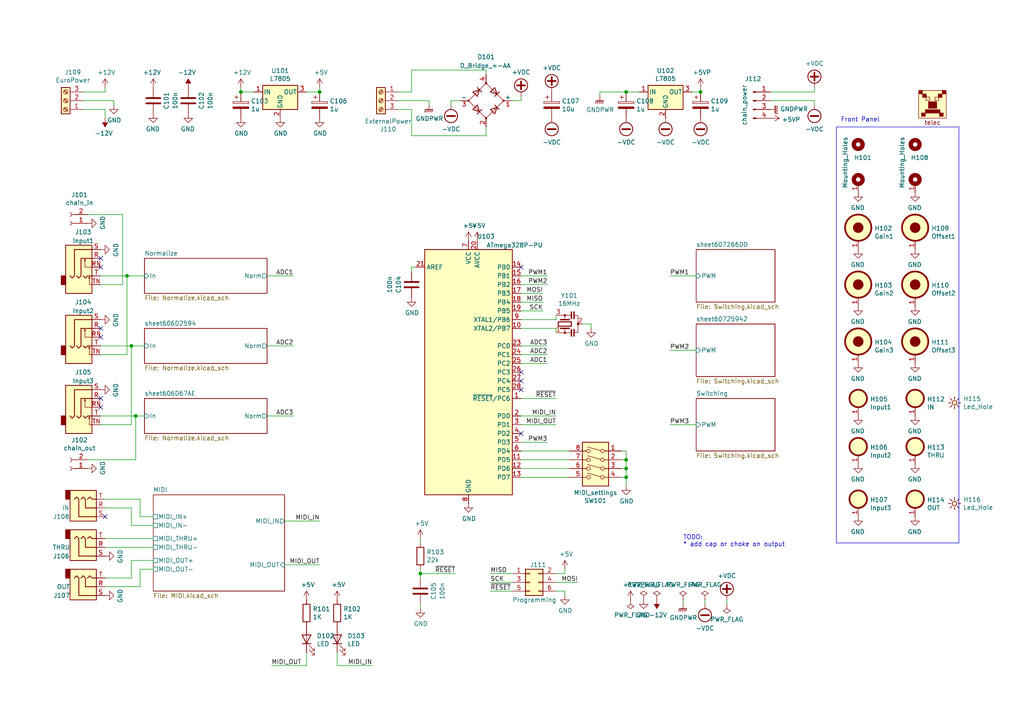
<source format=kicad_sch>
(kicad_sch (version 20230121) (generator eeschema)
  (paper "A4")
  (lib_symbols
    (symbol "Connector:Conn_01x02_Socket" (pin_names (offset 1.016) hide)
      (property "Reference" "J" (at 0 2.54 0))
      (property "Value" "Conn_01x02_Socket" (at 0 -5.08 0))
      (symbol "Conn_01x02_Socket_1_1"
        (pin passive line (at -5.08 0 0) (length 3.81) (name "Pin_1") (number "1"))
        (pin passive line (at -5.08 -2.54 0) (length 3.81) (name "Pin_2") (number "2"))
      )
    )
    (symbol "Connector:Conn_01x04_Pin" (pin_names (offset 1.016) hide)
      (property "Reference" "J" (at 0 5.08 0))
      (property "Value" "Conn_01x04_Pin" (at 0 -7.62 0))
      (symbol "Conn_01x04_Pin_1_1"
        (pin passive line (at 5.08 2.54 180) (length 3.81) (name "Pin_1") (number "1"))
        (pin passive line (at 5.08 0 180) (length 3.81) (name "Pin_2") (number "2"))
        (pin passive line (at 5.08 -2.54 180) (length 3.81) (name "Pin_3") (number "3"))
        (pin passive line (at 5.08 -5.08 180) (length 3.81) (name "Pin_4") (number "4"))
      )
    )
    (symbol "Connector:Screw_Terminal_01x03" (pin_names (offset 1.016) hide)
      (property "Reference" "J" (at 0 5.08 0))
      (property "Value" "Screw_Terminal_01x03" (at 0 -5.08 0))
      (symbol "Screw_Terminal_01x03_1_1"
        (pin passive line (at -5.08 2.54 0) (length 3.81) (name "Pin_1") (number "1"))
        (pin passive line (at -5.08 0 0) (length 3.81) (name "Pin_2") (number "2"))
        (pin passive line (at -5.08 -2.54 0) (length 3.81) (name "Pin_3") (number "3"))
      )
    )
    (symbol "Connector_Audio:AudioJack3"
      (property "Reference" "J" (at 0 8.89 0))
      (property "Value" "AudioJack3" (at 0 6.35 0))
      (symbol "AudioJack3_1_1"
        (pin passive line (at 5.08 0 180) (length 2.54) (name "~") (number "R"))
        (pin passive line (at 5.08 2.54 180) (length 2.54) (name "~") (number "S"))
        (pin passive line (at 5.08 -2.54 180) (length 2.54) (name "~") (number "T"))
      )
    )
    (symbol "Connector_Audio:AudioJack3_SwitchTR"
      (property "Reference" "J" (at 0 8.89 0))
      (property "Value" "AudioJack3_SwitchTR" (at 0 6.35 0))
      (symbol "AudioJack3_SwitchTR_1_1"
        (pin passive line (at 5.08 0 180) (length 2.54) (name "~") (number "R"))
        (pin passive line (at 5.08 -2.54 180) (length 2.54) (name "~") (number "RN"))
        (pin passive line (at 5.08 2.54 180) (length 2.54) (name "~") (number "S"))
        (pin passive line (at 5.08 -5.08 180) (length 2.54) (name "~") (number "T"))
        (pin passive line (at 5.08 -7.62 180) (length 2.54) (name "~") (number "TN"))
      )
    )
    (symbol "Connector_Generic:Conn_02x03_Odd_Even" (pin_names (offset 1.016) hide)
      (property "Reference" "J" (at 1.27 5.08 0))
      (property "Value" "Conn_02x03_Odd_Even" (at 1.27 -5.08 0))
      (symbol "Conn_02x03_Odd_Even_1_1"
        (pin passive line (at -5.08 2.54 0) (length 3.81) (name "Pin_1") (number "1"))
        (pin passive line (at 7.62 2.54 180) (length 3.81) (name "Pin_2") (number "2"))
        (pin passive line (at -5.08 0 0) (length 3.81) (name "Pin_3") (number "3"))
        (pin passive line (at 7.62 0 180) (length 3.81) (name "Pin_4") (number "4"))
        (pin passive line (at -5.08 -2.54 0) (length 3.81) (name "Pin_5") (number "5"))
        (pin passive line (at 7.62 -2.54 180) (length 3.81) (name "Pin_6") (number "6"))
      )
    )
    (symbol "Device:C" (pin_numbers hide) (pin_names (offset 0.254))
      (property "Reference" "C" (at 0.635 2.54 0))
      (property "Value" "C" (at 0.635 -2.54 0))
      (symbol "C_1_1"
        (pin passive line (at 0 3.81 270) (length 2.794) (name "~") (number "1"))
        (pin passive line (at 0 -3.81 90) (length 2.794) (name "~") (number "2"))
      )
    )
    (symbol "Device:C_Polarized" (pin_numbers hide) (pin_names (offset 0.254))
      (property "Reference" "C" (at 0.635 2.54 0))
      (property "Value" "C_Polarized" (at 0.635 -2.54 0))
      (symbol "C_Polarized_1_1"
        (pin passive line (at 0 3.81 270) (length 2.794) (name "~") (number "1"))
        (pin passive line (at 0 -3.81 90) (length 2.794) (name "~") (number "2"))
      )
    )
    (symbol "Device:D_Bridge_+A-A" (pin_names (offset 0))
      (property "Reference" "D" (at 2.54 6.985 0))
      (property "Value" "D_Bridge_+A-A" (at 2.54 5.08 0))
      (symbol "D_Bridge_+A-A_1_1"
        (pin passive line (at 7.62 0 180) (length 2.54) (name "+") (number "1"))
        (pin passive line (at 0 -7.62 90) (length 2.54) (name "~") (number "2"))
        (pin passive line (at -7.62 0 0) (length 2.54) (name "-") (number "3"))
        (pin passive line (at 0 7.62 270) (length 2.54) (name "~") (number "4"))
      )
    )
    (symbol "Device:LED" (pin_numbers hide) (pin_names (offset 1.016) hide)
      (property "Reference" "D" (at 0 2.54 0))
      (property "Value" "LED" (at 0 -2.54 0))
      (symbol "LED_1_1"
        (pin passive line (at -3.81 0 0) (length 2.54) (name "K") (number "1"))
        (pin passive line (at 3.81 0 180) (length 2.54) (name "A") (number "2"))
      )
    )
    (symbol "Device:R" (pin_numbers hide) (pin_names (offset 0))
      (property "Reference" "R" (at 2.032 0 90))
      (property "Value" "R" (at 0 0 90))
      (symbol "R_1_1"
        (pin passive line (at 0 3.81 270) (length 1.27) (name "~") (number "1"))
        (pin passive line (at 0 -3.81 90) (length 1.27) (name "~") (number "2"))
      )
    )
    (symbol "Device:Resonator_Small" (pin_names (offset 1.016) hide)
      (property "Reference" "Y" (at 3.175 1.905 0))
      (property "Value" "Resonator_Small" (at 3.175 0 0))
      (symbol "Resonator_Small_1_1"
        (pin passive line (at -2.54 2.54 270) (length 1.27) (name "1") (number "1"))
        (pin passive line (at 0 -5.08 90) (length 1.27) (name "2") (number "2"))
        (pin passive line (at 2.54 2.54 270) (length 1.27) (name "3") (number "3"))
      )
    )
    (symbol "Kosmo:Jack_Hole" (pin_names (offset 1.016))
      (property "Reference" "H" (at 3.81 1.27 0))
      (property "Value" "Jack_Hole" (at 7.62 -1.27 0))
      (symbol "Jack_Hole_1_1"
        (pin passive line (at 0 -5.08 90) (length 2.54) (name "~") (number "1"))
      )
    )
    (symbol "Kosmo:Led_Hole" (pin_names (offset 1.016))
      (property "Reference" "H" (at 2.413 1.397 0))
      (property "Value" "Led_Hole" (at 6.223 -1.143 0))
    )
    (symbol "Kosmo:Mounting_Holes" (pin_names (offset 1.016))
      (property "Reference" "H" (at 0 1.27 0))
      (property "Value" "Mounting_Holes" (at 0 -1.27 0))
      (symbol "Mounting_Holes_1_1"
        (pin passive line (at 0 -8.89 90) (length 2.54) (name "~") (number "1"))
      )
    )
    (symbol "Kosmo:Pot_Hole" (pin_names (offset 1.016))
      (property "Reference" "H" (at 4.826 1.397 0))
      (property "Value" "Pot_Hole" (at 8.128 -1.778 0))
      (symbol "Pot_Hole_1_1"
        (pin passive line (at 0 -6.35 90) (length 2.54) (name "~") (number "1"))
      )
    )
    (symbol "MCU_Microchip_ATmega:ATmega328P-P"
      (property "Reference" "U" (at -12.7 36.83 0))
      (property "Value" "ATmega328P-P" (at 2.54 -36.83 0))
      (symbol "ATmega328P-P_1_1"
        (pin bidirectional line (at 15.24 -7.62 180) (length 2.54) (name "~{RESET}/PC6") (number "1"))
        (pin bidirectional line (at 15.24 12.7 180) (length 2.54) (name "XTAL2/PB7") (number "10"))
        (pin bidirectional line (at 15.24 -25.4 180) (length 2.54) (name "PD5") (number "11"))
        (pin bidirectional line (at 15.24 -27.94 180) (length 2.54) (name "PD6") (number "12"))
        (pin bidirectional line (at 15.24 -30.48 180) (length 2.54) (name "PD7") (number "13"))
        (pin bidirectional line (at 15.24 30.48 180) (length 2.54) (name "PB0") (number "14"))
        (pin bidirectional line (at 15.24 27.94 180) (length 2.54) (name "PB1") (number "15"))
        (pin bidirectional line (at 15.24 25.4 180) (length 2.54) (name "PB2") (number "16"))
        (pin bidirectional line (at 15.24 22.86 180) (length 2.54) (name "PB3") (number "17"))
        (pin bidirectional line (at 15.24 20.32 180) (length 2.54) (name "PB4") (number "18"))
        (pin bidirectional line (at 15.24 17.78 180) (length 2.54) (name "PB5") (number "19"))
        (pin bidirectional line (at 15.24 -12.7 180) (length 2.54) (name "PD0") (number "2"))
        (pin power_in line (at 2.54 38.1 270) (length 2.54) (name "AVCC") (number "20"))
        (pin passive line (at -15.24 30.48 0) (length 2.54) (name "AREF") (number "21"))
        (pin passive line (at 0 -38.1 90) (length 2.54) hide (name "GND") (number "22"))
        (pin bidirectional line (at 15.24 7.62 180) (length 2.54) (name "PC0") (number "23"))
        (pin bidirectional line (at 15.24 5.08 180) (length 2.54) (name "PC1") (number "24"))
        (pin bidirectional line (at 15.24 2.54 180) (length 2.54) (name "PC2") (number "25"))
        (pin bidirectional line (at 15.24 0 180) (length 2.54) (name "PC3") (number "26"))
        (pin bidirectional line (at 15.24 -2.54 180) (length 2.54) (name "PC4") (number "27"))
        (pin bidirectional line (at 15.24 -5.08 180) (length 2.54) (name "PC5") (number "28"))
        (pin bidirectional line (at 15.24 -15.24 180) (length 2.54) (name "PD1") (number "3"))
        (pin bidirectional line (at 15.24 -17.78 180) (length 2.54) (name "PD2") (number "4"))
        (pin bidirectional line (at 15.24 -20.32 180) (length 2.54) (name "PD3") (number "5"))
        (pin bidirectional line (at 15.24 -22.86 180) (length 2.54) (name "PD4") (number "6"))
        (pin power_in line (at 0 38.1 270) (length 2.54) (name "VCC") (number "7"))
        (pin power_in line (at 0 -38.1 90) (length 2.54) (name "GND") (number "8"))
        (pin bidirectional line (at 15.24 15.24 180) (length 2.54) (name "XTAL1/PB6") (number "9"))
      )
    )
    (symbol "Regulator_Linear:L7805" (pin_names (offset 0.254))
      (property "Reference" "U" (at -3.81 3.175 0))
      (property "Value" "L7805" (at 0 3.175 0))
      (symbol "L7805_1_1"
        (pin power_in line (at -7.62 0 0) (length 2.54) (name "IN") (number "1"))
        (pin power_in line (at 0 -7.62 90) (length 2.54) (name "GND") (number "2"))
        (pin power_out line (at 7.62 0 180) (length 2.54) (name "OUT") (number "3"))
      )
    )
    (symbol "Switch:SW_DIP_x04" (pin_names (offset 0) hide)
      (property "Reference" "SW" (at 0 8.89 0))
      (property "Value" "SW_DIP_x04" (at 0 -6.35 0))
      (symbol "SW_DIP_x04_1_1"
        (pin passive line (at -7.62 5.08 0) (length 5.08) (name "~") (number "1"))
        (pin passive line (at -7.62 2.54 0) (length 5.08) (name "~") (number "2"))
        (pin passive line (at -7.62 0 0) (length 5.08) (name "~") (number "3"))
        (pin passive line (at -7.62 -2.54 0) (length 5.08) (name "~") (number "4"))
        (pin passive line (at 7.62 -2.54 180) (length 5.08) (name "~") (number "5"))
        (pin passive line (at 7.62 0 180) (length 5.08) (name "~") (number "6"))
        (pin passive line (at 7.62 2.54 180) (length 5.08) (name "~") (number "7"))
        (pin passive line (at 7.62 5.08 180) (length 5.08) (name "~") (number "8"))
      )
    )
    (symbol "logo:Logo_telec" (pin_names (offset 1.016))
      (symbol "Logo_telec_0_0"
        (text "telec" (at 0 -5.08 0) (effects (font (size 1.27 1.27))))
      )
    )
    (symbol "power:+12V" (power) (pin_names (offset 0))
      (property "Value" "+12V" (at 0 3.556 0))
      (symbol "+12V_1_1"
        (pin power_in line (at 0 0 90) (length 0) hide (name "+12V") (number "1"))
      )
    )
    (symbol "power:+5V" (power) (pin_names (offset 0))
      (property "Value" "+5V" (at 0 3.556 0))
      (symbol "+5V_1_1"
        (pin power_in line (at 0 0 90) (length 0) hide (name "+5V") (number "1"))
      )
    )
    (symbol "power:+5VP" (power) (pin_names (offset 0))
      (property "Value" "+5VP" (at 0 3.556 0))
      (symbol "+5VP_1_1"
        (pin power_in line (at 0 0 90) (length 0) hide (name "+5VP") (number "1"))
      )
    )
    (symbol "power:+VDC" (power) (pin_names (offset 0))
      (property "Value" "+VDC" (at 0 6.35 0))
      (symbol "+VDC_1_1"
        (pin power_in line (at 0 0 90) (length 0) hide (name "+VDC") (number "1"))
      )
    )
    (symbol "power:-12V" (power) (pin_names (offset 0))
      (property "Value" "-12V" (at 0 3.81 0))
      (symbol "-12V_0_0"
        (pin power_in line (at 0 0 90) (length 0) hide (name "-12V") (number "1"))
      )
    )
    (symbol "power:-VDC" (power) (pin_names (offset 0))
      (property "Value" "-VDC" (at 0 6.35 0))
      (symbol "-VDC_1_1"
        (pin power_in line (at 0 0 90) (length 0) hide (name "-VDC") (number "1"))
      )
    )
    (symbol "power:GND" (power) (pin_names (offset 0))
      (property "Value" "GND" (at 0 -3.81 0))
      (symbol "GND_1_1"
        (pin power_in line (at 0 0 270) (length 0) hide (name "GND") (number "1"))
      )
    )
    (symbol "power:GNDPWR" (power) (pin_names (offset 0))
      (property "Value" "GNDPWR" (at 0 -3.302 0))
      (symbol "GNDPWR_1_1"
        (pin power_in line (at 0 0 270) (length 0) hide (name "GNDPWR") (number "1"))
      )
    )
    (symbol "power:PWR_FLAG" (power) (pin_numbers hide) (pin_names (offset 0) hide)
      (property "Value" "PWR_FLAG" (at 0 3.81 0))
      (symbol "PWR_FLAG_0_0"
        (pin power_out line (at 0 0 90) (length 0) (name "pwr") (number "1"))
      )
    )
  )
  (junction (at 181.61 135.89))
  (junction (at 181.61 26.67))
  (junction (at 36.83 80.01))
  (junction (at 69.85 26.67))
  (junction (at 92.71 26.67))
  (junction (at 181.61 133.35))
  (junction (at 203.2 26.67))
  (junction (at 121.92 166.37))
  (junction (at 38.1 100.33))
  (junction (at 39.37 120.65))
  (junction (at 181.61 138.43))
  (no_connect (at 151.13 125.73))
  (no_connect (at 151.13 107.95))
  (no_connect (at 151.13 113.03))
  (no_connect (at 29.21 115.57))
  (no_connect (at 29.21 77.47))
  (no_connect (at 30.48 149.86))
  (no_connect (at 29.21 74.93))
  (no_connect (at 29.21 95.25))
  (no_connect (at 29.21 118.11))
  (no_connect (at 151.13 110.49))
  (no_connect (at 151.13 77.47))
  (no_connect (at 29.21 97.79))
  (wire (pts (xy 36.83 80.01) (xy 36.83 102.87)))
  (wire (pts (xy 165.1 138.43) (xy 151.13 138.43)))
  (wire (pts (xy 151.13 120.65) (xy 161.29 120.65)))
  (wire (pts (xy 173.99 26.67) (xy 173.99 27.94)))
  (wire (pts (xy 151.13 87.63) (xy 157.48 87.63)))
  (wire (pts (xy 24.13 26.67) (xy 30.48 26.67)))
  (wire (pts (xy 181.61 26.67) (xy 173.99 26.67)))
  (wire (pts (xy 69.85 26.67) (xy 69.85 25.4)))
  (wire (pts (xy 119.38 77.47) (xy 120.65 77.47)))
  (wire (pts (xy 223.52 29.21) (xy 236.22 29.21)))
  (wire (pts (xy 180.34 138.43) (xy 181.61 138.43)))
  (wire (pts (xy 140.97 39.37) (xy 140.97 36.83)))
  (wire (pts (xy 115.57 31.75) (xy 119.38 31.75)))
  (wire (pts (xy 88.9 193.04) (xy 88.9 189.23)))
  (wire (pts (xy 115.57 29.21) (xy 124.46 29.21)))
  (wire (pts (xy 115.57 26.67) (xy 119.38 26.67)))
  (wire (pts (xy 88.9 26.67) (xy 92.71 26.67)))
  (wire (pts (xy 180.34 133.35) (xy 181.61 133.35)))
  (wire (pts (xy 161.29 95.25) (xy 151.13 95.25)))
  (wire (pts (xy 151.13 80.01) (xy 158.75 80.01)))
  (wire (pts (xy 151.13 115.57) (xy 161.29 115.57)))
  (polyline (pts (xy 242.57 157.48) (xy 278.13 157.48)))
  (wire (pts (xy 163.83 171.45) (xy 163.83 172.72)))
  (wire (pts (xy 148.59 29.21) (xy 151.13 29.21)))
  (wire (pts (xy 119.38 20.32) (xy 140.97 20.32)))
  (wire (pts (xy 161.29 168.91) (xy 167.64 168.91)))
  (wire (pts (xy 97.79 193.04) (xy 97.79 189.23)))
  (polyline (pts (xy 278.13 157.48) (xy 278.13 36.83)))
  (wire (pts (xy 151.13 100.33) (xy 158.75 100.33)))
  (wire (pts (xy 40.64 165.1) (xy 44.45 165.1)))
  (wire (pts (xy 119.38 39.37) (xy 140.97 39.37)))
  (wire (pts (xy 148.59 168.91) (xy 142.24 168.91)))
  (wire (pts (xy 30.48 158.75) (xy 44.45 158.75)))
  (wire (pts (xy 82.55 151.13) (xy 92.71 151.13)))
  (wire (pts (xy 38.1 162.56) (xy 44.45 162.56)))
  (wire (pts (xy 121.92 175.26) (xy 121.92 176.53)))
  (wire (pts (xy 119.38 26.67) (xy 119.38 20.32)))
  (wire (pts (xy 36.83 80.01) (xy 41.91 80.01)))
  (wire (pts (xy 121.92 166.37) (xy 132.08 166.37)))
  (wire (pts (xy 39.37 133.35) (xy 39.37 120.65)))
  (wire (pts (xy 151.13 82.55) (xy 158.75 82.55)))
  (wire (pts (xy 151.13 123.19) (xy 161.29 123.19)))
  (wire (pts (xy 236.22 26.67) (xy 236.22 25.4)))
  (wire (pts (xy 30.48 147.32) (xy 38.1 147.32)))
  (wire (pts (xy 119.38 31.75) (xy 119.38 39.37)))
  (wire (pts (xy 121.92 157.48) (xy 121.92 156.21)))
  (wire (pts (xy 200.66 26.67) (xy 203.2 26.67)))
  (wire (pts (xy 148.59 171.45) (xy 142.24 171.45)))
  (wire (pts (xy 165.1 135.89) (xy 151.13 135.89)))
  (wire (pts (xy 38.1 100.33) (xy 38.1 123.19)))
  (wire (pts (xy 124.46 29.21) (xy 124.46 30.48)))
  (wire (pts (xy 168.91 93.98) (xy 171.45 93.98)))
  (wire (pts (xy 151.13 85.09) (xy 157.48 85.09)))
  (wire (pts (xy 30.48 170.18) (xy 40.64 170.18)))
  (wire (pts (xy 121.92 166.37) (xy 121.92 165.1)))
  (wire (pts (xy 40.64 170.18) (xy 40.64 165.1)))
  (wire (pts (xy 163.83 166.37) (xy 163.83 165.1)))
  (wire (pts (xy 181.61 140.97) (xy 181.61 138.43)))
  (wire (pts (xy 210.82 175.26) (xy 210.82 173.99)))
  (wire (pts (xy 119.38 78.74) (xy 119.38 77.47)))
  (wire (pts (xy 29.21 120.65) (xy 39.37 120.65)))
  (wire (pts (xy 185.42 26.67) (xy 181.61 26.67)))
  (wire (pts (xy 38.1 167.64) (xy 38.1 162.56)))
  (wire (pts (xy 181.61 130.81) (xy 180.34 130.81)))
  (wire (pts (xy 25.4 62.23) (xy 35.56 62.23)))
  (wire (pts (xy 88.9 193.04) (xy 78.74 193.04)))
  (wire (pts (xy 35.56 62.23) (xy 35.56 82.55)))
  (wire (pts (xy 181.61 135.89) (xy 181.61 133.35)))
  (wire (pts (xy 38.1 152.4) (xy 44.45 152.4)))
  (wire (pts (xy 24.13 31.75) (xy 30.48 31.75)))
  (wire (pts (xy 77.47 80.01) (xy 85.09 80.01)))
  (wire (pts (xy 171.45 93.98) (xy 171.45 95.25)))
  (wire (pts (xy 236.22 29.21) (xy 236.22 30.48)))
  (wire (pts (xy 151.13 133.35) (xy 165.1 133.35)))
  (wire (pts (xy 161.29 171.45) (xy 163.83 171.45)))
  (wire (pts (xy 38.1 100.33) (xy 41.91 100.33)))
  (wire (pts (xy 40.64 149.86) (xy 44.45 149.86)))
  (wire (pts (xy 25.4 133.35) (xy 39.37 133.35)))
  (wire (pts (xy 29.21 100.33) (xy 38.1 100.33)))
  (wire (pts (xy 82.55 163.83) (xy 92.71 163.83)))
  (wire (pts (xy 77.47 120.65) (xy 85.09 120.65)))
  (wire (pts (xy 30.48 31.75) (xy 30.48 34.29)))
  (wire (pts (xy 38.1 147.32) (xy 38.1 152.4)))
  (polyline (pts (xy 242.57 36.83) (xy 242.57 157.48)))
  (wire (pts (xy 30.48 144.78) (xy 40.64 144.78)))
  (wire (pts (xy 29.21 80.01) (xy 36.83 80.01)))
  (wire (pts (xy 223.52 26.67) (xy 236.22 26.67)))
  (wire (pts (xy 33.02 29.21) (xy 33.02 30.48)))
  (wire (pts (xy 130.81 29.21) (xy 133.35 29.21)))
  (wire (pts (xy 204.47 175.26) (xy 204.47 173.99)))
  (wire (pts (xy 92.71 26.67) (xy 92.71 25.4)))
  (wire (pts (xy 198.12 173.99) (xy 198.12 175.26)))
  (wire (pts (xy 201.93 80.01) (xy 194.31 80.01)))
  (wire (pts (xy 130.81 30.48) (xy 130.81 29.21)))
  (wire (pts (xy 148.59 166.37) (xy 142.24 166.37)))
  (wire (pts (xy 24.13 29.21) (xy 33.02 29.21)))
  (wire (pts (xy 73.66 26.67) (xy 69.85 26.67)))
  (wire (pts (xy 151.13 92.71) (xy 161.29 92.71)))
  (wire (pts (xy 39.37 120.65) (xy 41.91 120.65)))
  (wire (pts (xy 165.1 130.81) (xy 151.13 130.81)))
  (wire (pts (xy 29.21 102.87) (xy 36.83 102.87)))
  (wire (pts (xy 30.48 156.21) (xy 44.45 156.21)))
  (wire (pts (xy 151.13 128.27) (xy 158.75 128.27)))
  (wire (pts (xy 151.13 29.21) (xy 151.13 27.94)))
  (wire (pts (xy 201.93 101.6) (xy 194.31 101.6)))
  (wire (pts (xy 181.61 138.43) (xy 181.61 135.89)))
  (wire (pts (xy 151.13 102.87) (xy 158.75 102.87)))
  (wire (pts (xy 151.13 105.41) (xy 158.75 105.41)))
  (wire (pts (xy 161.29 96.52) (xy 161.29 95.25)))
  (wire (pts (xy 30.48 167.64) (xy 38.1 167.64)))
  (wire (pts (xy 161.29 92.71) (xy 161.29 91.44)))
  (wire (pts (xy 161.29 166.37) (xy 163.83 166.37)))
  (polyline (pts (xy 278.13 36.83) (xy 242.57 36.83)))
  (wire (pts (xy 30.48 26.67) (xy 30.48 25.4)))
  (wire (pts (xy 180.34 135.89) (xy 181.61 135.89)))
  (wire (pts (xy 140.97 20.32) (xy 140.97 21.59)))
  (wire (pts (xy 203.2 26.67) (xy 203.2 25.4)))
  (wire (pts (xy 40.64 144.78) (xy 40.64 149.86)))
  (wire (pts (xy 151.13 90.17) (xy 157.48 90.17)))
  (wire (pts (xy 29.21 82.55) (xy 35.56 82.55)))
  (wire (pts (xy 181.61 133.35) (xy 181.61 130.81)))
  (wire (pts (xy 201.93 123.19) (xy 194.31 123.19)))
  (wire (pts (xy 77.47 100.33) (xy 85.09 100.33)))
  (wire (pts (xy 121.92 166.37) (xy 121.92 167.64)))
  (wire (pts (xy 97.79 193.04) (xy 107.95 193.04)))
  (wire (pts (xy 29.21 123.19) (xy 38.1 123.19)))
  (text "TODO:\n* add cap or choke on output" (at 198.12 158.75 0) (effects (font (size 1.27 1.27)) (justify left bottom)))
  (text "Front Panel" (at 243.84 35.56 0) (effects (font (size 1.27 1.27)) (justify left bottom)))
  (label "~{RESET}" (at 132.08 166.37 180))
  (label "ADC2" (at 85.09 100.33 180))
  (label "ADC3" (at 85.09 120.65 180))
  (label "PWM3" (at 158.75 128.27 180))
  (label "ADC3" (at 158.75 100.33 180))
  (label "ADC1" (at 85.09 80.01 180))
  (label "MIDI_OUT" (at 92.71 163.83 180))
  (label "MIDI_OUT" (at 78.74 193.04 0))
  (label "MIDI_OUT" (at 161.29 123.19 180))
  (label "PWM3" (at 194.31 123.19 0))
  (label "PWM1" (at 158.75 80.01 180))
  (label "MISO" (at 142.24 166.37 0))
  (label "PWM1" (at 194.31 80.01 0))
  (label "PWM2" (at 194.31 101.6 0))
  (label "~{RESET}" (at 142.24 171.45 0))
  (label "~{RESET}" (at 161.29 115.57 180))
  (label "SCK" (at 157.48 90.17 180))
  (label "MIDI_IN" (at 92.71 151.13 180))
  (label "MIDI_IN" (at 107.95 193.04 180))
  (label "SCK" (at 142.24 168.91 0))
  (label "PWM2" (at 158.75 82.55 180))
  (label "ADC1" (at 158.75 105.41 180))
  (label "ADC2" (at 158.75 102.87 180))
  (label "MOSI" (at 157.48 85.09 180))
  (label "MOSI" (at 167.64 168.91 180))
  (label "MISO" (at 157.48 87.63 180))
  (label "MIDI_IN" (at 161.29 120.65 180))
  (symbol (lib_id "power:-12V") (at 30.48 34.29 180) (unit 1)
    (property "Reference" "#PWR0112" (effects hide))
    (property "Value" "-12V" (at 30.099 38.6842 0))
  )
  (symbol (lib_id "power:+12V") (at 30.48 25.4 0) (unit 1)
    (property "Reference" "#PWR0111" (effects hide))
    (property "Value" "+12V" (at 30.861 21.0058 0))
  )
  (symbol (lib_id "power:GND") (at 33.02 30.48 0) (unit 1)
    (property "Reference" "#PWR0113" (effects hide))
    (property "Value" "GND" (at 33.147 34.8742 0))
  )
  (symbol (lib_id "Connector_Audio:AudioJack3_SwitchTR") (at 24.13 74.93 0) (unit 1)
    (property "Reference" "J103" (at 24.13 67.31 0))
    (property "Value" "Input1" (at 24.13 69.85 0))
    (property "Footprint" "analogoutput:Jack_6.35mm_PJ_629HAN" (effects hide))
  )
  (symbol (lib_id "power:+12V") (at 182.88 173.99 0) (unit 1)
    (property "Reference" "#PWR0101" (effects hide))
    (property "Value" "+12V" (at 183.261 169.5958 0))
  )
  (symbol (lib_id "power:GND") (at 186.69 173.99 0) (mirror y) (unit 1)
    (property "Reference" "#PWR0104" (effects hide))
    (property "Value" "GND" (at 186.563 178.3842 0))
  )
  (symbol (lib_id "power:-12V") (at 190.5 173.99 0) (mirror x) (unit 1)
    (property "Reference" "#PWR0108" (effects hide))
    (property "Value" "-12V" (at 190.881 178.3842 0))
  )
  (symbol (lib_id "power:PWR_FLAG") (at 186.69 173.99 0) (unit 1)
    (property "Reference" "#FLG0102" (effects hide))
    (property "Value" "PWR_FLAG" (at 186.69 169.5958 0))
  )
  (symbol (lib_id "power:PWR_FLAG") (at 190.5 173.99 0) (unit 1)
    (property "Reference" "#FLG0103" (effects hide))
    (property "Value" "PWR_FLAG" (at 190.5 169.5958 0))
  )
  (symbol (lib_id "power:PWR_FLAG") (at 182.88 173.99 180) (unit 1)
    (property "Reference" "#FLG0101" (effects hide))
    (property "Value" "PWR_FLAG" (at 182.88 178.3842 0))
  )
  (symbol (lib_id "Kosmo:Jack_Hole") (at 248.92 115.57 0) (unit 1)
    (property "Reference" "H105" (at 252.349 115.7732 0) (effects (justify left)))
    (property "Value" "Input1" (at 252.349 118.0846 0) (effects (justify left)))
    (property "Footprint" "Kosmo_panel:Kosmo_Jack_Hole" (effects hide))
  )
  (symbol (lib_id "Kosmo:Pot_Hole") (at 248.92 66.04 0) (unit 1)
    (property "Reference" "H102" (at 253.619 66.2432 0) (effects (justify left)))
    (property "Value" "Gain1" (at 253.619 68.5546 0) (effects (justify left)))
    (property "Footprint" "Kosmo_panel:Kosmo_Pot_Hole" (effects hide))
  )
  (symbol (lib_id "Kosmo:Pot_Hole") (at 265.43 66.04 0) (unit 1)
    (property "Reference" "H109" (at 270.129 66.2432 0) (effects (justify left)))
    (property "Value" "Offset1" (at 270.129 68.5546 0) (effects (justify left)))
    (property "Footprint" "Kosmo_panel:Kosmo_Pot_Hole" (effects hide))
  )
  (symbol (lib_id "power:GND") (at 248.92 72.39 0) (mirror y) (unit 1)
    (property "Reference" "#PWR0128" (effects hide))
    (property "Value" "GND" (at 248.793 76.7842 0))
  )
  (symbol (lib_id "power:GND") (at 265.43 72.39 0) (mirror y) (unit 1)
    (property "Reference" "#PWR0135" (effects hide))
    (property "Value" "GND" (at 265.303 76.7842 0))
  )
  (symbol (lib_id "Kosmo:Pot_Hole") (at 248.92 82.55 0) (unit 1)
    (property "Reference" "H103" (at 253.619 82.7532 0) (effects (justify left)))
    (property "Value" "Gain2" (at 253.619 85.0646 0) (effects (justify left)))
    (property "Footprint" "Kosmo_panel:Kosmo_Pot_Hole" (effects hide))
  )
  (symbol (lib_id "Kosmo:Pot_Hole") (at 265.43 82.55 0) (unit 1)
    (property "Reference" "H110" (at 270.129 82.7532 0) (effects (justify left)))
    (property "Value" "Offset2" (at 270.129 85.0646 0) (effects (justify left)))
    (property "Footprint" "Kosmo_panel:Kosmo_Pot_Hole" (effects hide))
  )
  (symbol (lib_id "power:GND") (at 248.92 88.9 0) (mirror y) (unit 1)
    (property "Reference" "#PWR0129" (effects hide))
    (property "Value" "GND" (at 248.793 93.2942 0))
  )
  (symbol (lib_id "power:GND") (at 265.43 88.9 0) (mirror y) (unit 1)
    (property "Reference" "#PWR0136" (effects hide))
    (property "Value" "GND" (at 265.303 93.2942 0))
  )
  (symbol (lib_id "Kosmo:Pot_Hole") (at 248.92 99.06 0) (unit 1)
    (property "Reference" "H104" (at 253.619 99.2632 0) (effects (justify left)))
    (property "Value" "Gain3" (at 253.619 101.5746 0) (effects (justify left)))
    (property "Footprint" "Kosmo_panel:Kosmo_Pot_Hole" (effects hide))
  )
  (symbol (lib_id "Kosmo:Pot_Hole") (at 265.43 99.06 0) (unit 1)
    (property "Reference" "H111" (at 270.129 99.2632 0) (effects (justify left)))
    (property "Value" "Offset3" (at 270.129 101.5746 0) (effects (justify left)))
    (property "Footprint" "Kosmo_panel:Kosmo_Pot_Hole" (effects hide))
  )
  (symbol (lib_id "power:GND") (at 248.92 105.41 0) (mirror y) (unit 1)
    (property "Reference" "#PWR0130" (effects hide))
    (property "Value" "GND" (at 248.793 109.8042 0))
  )
  (symbol (lib_id "power:GND") (at 265.43 105.41 0) (mirror y) (unit 1)
    (property "Reference" "#PWR0137" (effects hide))
    (property "Value" "GND" (at 265.303 109.8042 0))
  )
  (symbol (lib_id "power:GND") (at 248.92 120.65 0) (mirror y) (unit 1)
    (property "Reference" "#PWR0131" (effects hide))
    (property "Value" "GND" (at 248.793 125.0442 0))
  )
  (symbol (lib_id "Kosmo:Jack_Hole") (at 248.92 129.54 0) (unit 1)
    (property "Reference" "H106" (at 252.349 129.7432 0) (effects (justify left)))
    (property "Value" "Input2" (at 252.349 132.0546 0) (effects (justify left)))
    (property "Footprint" "Kosmo_panel:Kosmo_Jack_Hole" (effects hide))
  )
  (symbol (lib_id "power:GND") (at 248.92 134.62 0) (mirror y) (unit 1)
    (property "Reference" "#PWR0132" (effects hide))
    (property "Value" "GND" (at 248.793 139.0142 0))
  )
  (symbol (lib_id "Kosmo:Jack_Hole") (at 248.92 144.78 0) (unit 1)
    (property "Reference" "H107" (at 252.349 144.9832 0) (effects (justify left)))
    (property "Value" "Input3" (at 252.349 147.2946 0) (effects (justify left)))
    (property "Footprint" "Kosmo_panel:Kosmo_Jack_Hole" (effects hide))
  )
  (symbol (lib_id "power:GND") (at 248.92 149.86 0) (mirror y) (unit 1)
    (property "Reference" "#PWR0133" (effects hide))
    (property "Value" "GND" (at 248.793 154.2542 0))
  )
  (symbol (lib_id "power:GND") (at 265.43 149.86 0) (mirror y) (unit 1)
    (property "Reference" "#PWR0140" (effects hide))
    (property "Value" "GND" (at 265.303 154.2542 0))
  )
  (symbol (lib_id "Kosmo:Jack_Hole") (at 265.43 144.78 0) (unit 1)
    (property "Reference" "H114" (at 268.859 144.9832 0) (effects (justify left)))
    (property "Value" "OUT" (at 268.859 147.2946 0) (effects (justify left)))
    (property "Footprint" "Kosmo_panel:Kosmo_Jack_Hole" (effects hide))
  )
  (symbol (lib_id "power:GND") (at 265.43 134.62 0) (mirror y) (unit 1)
    (property "Reference" "#PWR0139" (effects hide))
    (property "Value" "GND" (at 265.303 139.0142 0))
  )
  (symbol (lib_id "Kosmo:Jack_Hole") (at 265.43 129.54 0) (unit 1)
    (property "Reference" "H113" (at 268.859 129.7432 0) (effects (justify left)))
    (property "Value" "THRU" (at 268.859 132.0546 0) (effects (justify left)))
    (property "Footprint" "Kosmo_panel:Kosmo_Jack_Hole" (effects hide))
  )
  (symbol (lib_id "power:GND") (at 265.43 120.65 0) (mirror y) (unit 1)
    (property "Reference" "#PWR0138" (effects hide))
    (property "Value" "GND" (at 265.303 125.0442 0))
  )
  (symbol (lib_id "Kosmo:Jack_Hole") (at 265.43 115.57 0) (unit 1)
    (property "Reference" "H112" (at 268.859 115.7732 0) (effects (justify left)))
    (property "Value" "IN" (at 268.859 118.0846 0) (effects (justify left)))
    (property "Footprint" "Kosmo_panel:Kosmo_Jack_Hole" (effects hide))
  )
  (symbol (lib_id "Regulator_Linear:L7805") (at 81.28 26.67 0) (unit 1)
    (property "Reference" "U101" (at 81.28 20.5232 0))
    (property "Value" "L7805" (at 81.28 22.8346 0))
    (property "Footprint" "Package_TO_SOT_THT:TO-220-3_Vertical" (effects hide))
    (property "Datasheet" "http://www.st.com/content/ccc/resource/technical/document/datasheet/41/4f/b3/b0/12/d4/47/88/CD00000444.pdf/files/CD00000444.pdf/jcr:content/translations/en.CD00000444.pdf" (effects hide))
  )
  (symbol (lib_id "power:+12V") (at 69.85 25.4 0) (unit 1)
    (property "Reference" "#PWR0118" (effects hide))
    (property "Value" "+12V" (at 70.231 21.0058 0))
  )
  (symbol (lib_id "power:GND") (at 81.28 34.29 0) (unit 1)
    (property "Reference" "#PWR0119" (effects hide))
    (property "Value" "GND" (at 81.407 38.6842 0))
  )
  (symbol (lib_id "power:+5V") (at 92.71 25.4 0) (unit 1)
    (property "Reference" "#PWR0120" (effects hide))
    (property "Value" "+5V" (at 93.091 21.0058 0))
  )
  (symbol (lib_id "Regulator_Linear:L7805") (at 193.04 26.67 0) (unit 1)
    (property "Reference" "U102" (at 193.04 20.5232 0))
    (property "Value" "L7805" (at 193.04 22.8346 0))
    (property "Footprint" "Package_TO_SOT_THT:TO-220-3_Vertical" (effects hide))
    (property "Datasheet" "http://www.st.com/content/ccc/resource/technical/document/datasheet/41/4f/b3/b0/12/d4/47/88/CD00000444.pdf/files/CD00000444.pdf/jcr:content/translations/en.CD00000444.pdf" (effects hide))
  )
  (symbol (lib_id "power:GND") (at 29.21 72.39 90) (mirror x) (unit 1)
    (property "Reference" "#PWR0105" (effects hide))
    (property "Value" "GND" (at 33.6042 72.517 0))
  )
  (symbol (lib_id "Connector:Conn_01x02_Socket") (at 20.32 64.77 180) (unit 1)
    (property "Reference" "J101" (at 23.0632 56.515 0))
    (property "Value" "chain_in" (at 23.0632 58.8264 0))
    (property "Footprint" "Connector_PinHeader_2.54mm:PinHeader_1x02_P2.54mm_Vertical" (effects hide))
  )
  (symbol (lib_id "power:+5V") (at 88.9 173.99 0) (unit 1)
    (property "Reference" "#PWR0141" (effects hide))
    (property "Value" "+5V" (at 89.281 169.5958 0))
  )
  (symbol (lib_id "power:+5V") (at 97.79 173.99 0) (unit 1)
    (property "Reference" "#PWR0142" (effects hide))
    (property "Value" "+5V" (at 98.171 169.5958 0))
  )
  (symbol (lib_id "power:GND") (at 25.4 64.77 90) (unit 1)
    (property "Reference" "#PWR0102" (effects hide))
    (property "Value" "GND" (at 29.7942 64.643 0))
  )
  (symbol (lib_id "Connector:Screw_Terminal_01x03") (at 19.05 29.21 180) (unit 1)
    (property "Reference" "J109" (at 21.1328 20.955 0))
    (property "Value" "EuroPower" (at 21.1328 23.2664 0))
    (property "Footprint" "telec:EuroPower" (effects hide))
  )
  (symbol (lib_id "Kosmo:Mounting_Holes") (at 248.92 46.99 0) (unit 1)
    (property "Reference" "H101" (at 247.65 45.72 0) (effects (justify left)))
    (property "Value" "Mounting_Holes" (at 245.11 54.61 90) (effects (justify left)))
    (property "Footprint" "Kosmo_panel:Kosmo_Panel_Dual_Mounting_Holes" (effects hide))
  )
  (symbol (lib_id "Kosmo:Mounting_Holes") (at 265.43 46.99 0) (unit 1)
    (property "Reference" "H108" (at 264.16 45.72 0) (effects (justify left)))
    (property "Value" "Mounting_Holes" (at 261.62 54.61 90) (effects (justify left)))
    (property "Footprint" "Kosmo_panel:Kosmo_Panel_Dual_Mounting_Holes" (effects hide))
  )
  (symbol (lib_id "power:GND") (at 248.92 55.88 0) (mirror y) (unit 1)
    (property "Reference" "#PWR0127" (effects hide))
    (property "Value" "GND" (at 248.793 60.2742 0))
  )
  (symbol (lib_id "power:GND") (at 265.43 55.88 0) (mirror y) (unit 1)
    (property "Reference" "#PWR0134" (effects hide))
    (property "Value" "GND" (at 265.303 60.2742 0))
  )
  (symbol (lib_id "Connector_Audio:AudioJack3") (at 25.4 147.32 0) (mirror x) (unit 1)
    (property "Reference" "J108" (at 17.78 149.86 0))
    (property "Value" "IN" (at 19.05 147.32 0))
    (property "Footprint" "telec:PinHeader_TRS_P2.54mm_Vertical" (effects hide))
  )
  (symbol (lib_id "Connector_Audio:AudioJack3") (at 25.4 158.75 0) (mirror x) (unit 1)
    (property "Reference" "J106" (at 17.78 161.29 0))
    (property "Value" "THRU" (at 17.78 158.75 0))
    (property "Footprint" "telec:PinHeader_TRS_P2.54mm_Vertical" (effects hide))
  )
  (symbol (lib_id "power:GND") (at 30.48 161.29 90) (mirror x) (unit 1)
    (property "Reference" "#PWR0109" (effects hide))
    (property "Value" "GND" (at 34.8742 161.417 0))
  )
  (symbol (lib_id "Connector_Audio:AudioJack3") (at 25.4 170.18 0) (mirror x) (unit 1)
    (property "Reference" "J107" (at 20.32 172.72 0) (effects (justify right)))
    (property "Value" "OUT" (at 20.32 170.18 0) (effects (justify right)))
    (property "Footprint" "telec:PinHeader_TRS_P2.54mm_Vertical" (effects hide))
  )
  (symbol (lib_id "power:GND") (at 30.48 172.72 90) (mirror x) (unit 1)
    (property "Reference" "#PWR0110" (effects hide))
    (property "Value" "GND" (at 34.8742 172.847 0))
  )
  (symbol (lib_id "Device:D_Bridge_+A-A") (at 140.97 29.21 0) (unit 1)
    (property "Reference" "D101" (at 138.43 16.51 0) (effects (justify left)))
    (property "Value" "D_Bridge_+-AA" (at 133.35 19.05 0) (effects (justify left)))
    (property "Footprint" "Diode_THT:Diode_Bridge_Round_D8.9mm" (effects hide))
  )
  (symbol (lib_id "Connector:Screw_Terminal_01x03") (at 110.49 29.21 0) (mirror y) (unit 1)
    (property "Reference" "J110" (at 112.5728 37.465 0))
    (property "Value" "ExternalPower" (at 112.5728 35.1536 0))
    (property "Footprint" "TerminalBlock:TerminalBlock_bornier-3_P5.08mm" (effects hide))
  )
  (symbol (lib_id "power:GNDPWR") (at 124.46 30.48 0) (unit 1)
    (property "Reference" "#PWR0121" (effects hide))
    (property "Value" "GNDPWR" (at 124.5616 34.3916 0))
  )
  (symbol (lib_id "power:+5VP") (at 203.2 25.4 0) (unit 1)
    (property "Reference" "#PWR0126" (effects hide))
    (property "Value" "+5VP" (at 203.581 21.0058 0))
  )
  (symbol (lib_id "power:+VDC") (at 151.13 27.94 0) (unit 1)
    (property "Reference" "#PWR0123" (effects hide))
    (property "Value" "+VDC" (at 151.13 20.955 0))
  )
  (symbol (lib_id "power:-VDC") (at 130.81 30.48 180) (unit 1)
    (property "Reference" "#PWR0122" (effects hide))
    (property "Value" "-VDC" (at 130.81 37.465 0))
  )
  (symbol (lib_id "power:GNDPWR") (at 173.99 27.94 0) (unit 1)
    (property "Reference" "#PWR0124" (effects hide))
    (property "Value" "GNDPWR" (at 174.0916 31.8516 0))
  )
  (symbol (lib_id "power:-VDC") (at 193.04 34.29 180) (unit 1)
    (property "Reference" "#PWR0125" (effects hide))
    (property "Value" "-VDC" (at 193.04 41.275 0))
  )
  (symbol (lib_id "Connector_Audio:AudioJack3_SwitchTR") (at 24.13 95.25 0) (unit 1)
    (property "Reference" "J104" (at 24.13 87.63 0))
    (property "Value" "Input2" (at 24.13 90.17 0))
    (property "Footprint" "analogoutput:Jack_6.35mm_PJ_629HAN" (effects hide))
  )
  (symbol (lib_id "power:GND") (at 29.21 92.71 90) (mirror x) (unit 1)
    (property "Reference" "#PWR0106" (effects hide))
    (property "Value" "GND" (at 33.6042 92.837 0))
  )
  (symbol (lib_id "Connector_Audio:AudioJack3_SwitchTR") (at 24.13 115.57 0) (unit 1)
    (property "Reference" "J105" (at 24.13 107.95 0))
    (property "Value" "Input3" (at 24.13 110.49 0))
    (property "Footprint" "analogoutput:Jack_6.35mm_PJ_629HAN" (effects hide))
  )
  (symbol (lib_id "power:GND") (at 29.21 113.03 90) (mirror x) (unit 1)
    (property "Reference" "#PWR0107" (effects hide))
    (property "Value" "GND" (at 33.6042 113.157 0))
  )
  (symbol (lib_id "Connector:Conn_01x02_Socket") (at 20.32 135.89 180) (unit 1)
    (property "Reference" "J102" (at 23.0632 127.635 0))
    (property "Value" "chain_out" (at 23.0632 129.9464 0))
    (property "Footprint" "Connector_PinHeader_2.54mm:PinHeader_1x02_P2.54mm_Vertical" (effects hide))
  )
  (symbol (lib_id "power:GND") (at 25.4 135.89 90) (unit 1)
    (property "Reference" "#PWR0103" (effects hide))
    (property "Value" "GND" (at 29.7942 135.763 0))
  )
  (symbol (lib_id "MCU_Microchip_ATmega:ATmega328P-P") (at 135.89 107.95 0) (unit 1)
    (property "Reference" "U103" (at 143.51 68.58 0) (effects (justify right)))
    (property "Value" "ATmega328P-PU" (at 157.48 71.12 0) (effects (justify right)))
    (property "Footprint" "Package_DIP:DIP-28_W7.62mm" (effects hide))
    (property "Datasheet" "http://ww1.microchip.com/downloads/en/DeviceDoc/ATmega328_P%20AVR%20MCU%20with%20picoPower%20Technology%20Data%20Sheet%2040001984A.pdf" (effects hide))
  )
  (symbol (lib_id "power:+5V") (at 135.89 69.85 0) (unit 1)
    (property "Reference" "#PWR0148" (effects hide))
    (property "Value" "+5V" (at 136.271 65.4558 0))
  )
  (symbol (lib_id "power:+5V") (at 138.43 69.85 0) (unit 1)
    (property "Reference" "#PWR0150" (effects hide))
    (property "Value" "+5V" (at 138.811 65.4558 0))
  )
  (symbol (lib_id "Device:C") (at 119.38 82.55 180) (unit 1)
    (property "Reference" "C104" (at 115.57 82.55 90))
    (property "Value" "100n" (at 113.03 82.55 90))
    (property "Footprint" "Capacitor_THT:C_Disc_D7.0mm_W2.5mm_P5.00mm" (effects hide))
  )
  (symbol (lib_id "power:GND") (at 119.38 86.36 0) (unit 1)
    (property "Reference" "#PWR0144" (effects hide))
    (property "Value" "GND" (at 119.507 90.7542 0))
  )
  (symbol (lib_id "power:GND") (at 135.89 146.05 0) (unit 1)
    (property "Reference" "#PWR0149" (effects hide))
    (property "Value" "GND" (at 136.017 150.4442 0))
  )
  (symbol (lib_id "power:GND") (at 92.71 34.29 0) (unit 1)
    (property "Reference" "#PWR0147" (effects hide))
    (property "Value" "GND" (at 92.837 38.6842 0))
  )
  (symbol (lib_id "Device:C_Polarized") (at 69.85 30.48 0) (unit 1)
    (property "Reference" "C103" (at 72.771 29.3116 0) (effects (justify left)))
    (property "Value" "1u" (at 72.771 31.623 0) (effects (justify left)))
    (property "Footprint" "Capacitor_THT:CP_Radial_D5.0mm_P2.50mm" (effects hide))
  )
  (symbol (lib_id "power:GND") (at 69.85 34.29 0) (unit 1)
    (property "Reference" "#PWR0143" (effects hide))
    (property "Value" "GND" (at 69.977 38.6842 0))
  )
  (symbol (lib_id "Device:R") (at 121.92 161.29 0) (unit 1)
    (property "Reference" "R103" (at 123.698 160.1216 0) (effects (justify left)))
    (property "Value" "22k" (at 123.698 162.433 0) (effects (justify left)))
    (property "Footprint" "Resistor_THT:R_Axial_DIN0204_L3.6mm_D1.6mm_P2.54mm_Vertical" (effects hide))
  )
  (symbol (lib_id "power:GND") (at 121.92 176.53 0) (unit 1)
    (property "Reference" "#PWR0146" (effects hide))
    (property "Value" "GND" (at 122.047 180.9242 0))
  )
  (symbol (lib_id "Connector_Generic:Conn_02x03_Odd_Even") (at 153.67 168.91 0) (unit 1)
    (property "Reference" "J111" (at 153.67 163.83 0) (effects (justify left)))
    (property "Value" "Programming" (at 148.59 173.99 0) (effects (justify left)))
    (property "Footprint" "Connector_IDC:IDC-Header_2x03_P2.54mm_Vertical" (effects hide))
  )
  (symbol (lib_id "power:GND") (at 163.83 172.72 0) (unit 1)
    (property "Reference" "#PWR0153" (effects hide))
    (property "Value" "GND" (at 163.957 177.1142 0))
  )
  (symbol (lib_id "Kosmo:Led_Hole") (at 276.86 146.05 0) (unit 1)
    (property "Reference" "H116" (at 279.3746 144.8816 0) (effects (justify left)))
    (property "Value" "Led_Hole" (at 279.3746 147.193 0) (effects (justify left)))
    (property "Footprint" "Kosmo_panel:Kosmo_LED_Hole" (effects hide))
  )
  (symbol (lib_id "Kosmo:Led_Hole") (at 276.86 116.84 0) (unit 1)
    (property "Reference" "H115" (at 279.3746 115.6716 0) (effects (justify left)))
    (property "Value" "Led_Hole" (at 279.3746 117.983 0) (effects (justify left)))
    (property "Footprint" "Kosmo_panel:Kosmo_LED_Hole" (effects hide))
  )
  (symbol (lib_id "Device:LED") (at 88.9 185.42 90) (unit 1)
    (property "Reference" "D102" (at 91.8718 184.4294 90) (effects (justify right)))
    (property "Value" "LED" (at 91.8718 186.7408 90) (effects (justify right)))
    (property "Footprint" "LED_THT:LED_D3.0mm_FlatTop" (effects hide))
  )
  (symbol (lib_id "Device:Resonator_Small") (at 163.83 93.98 90) (unit 1)
    (property "Reference" "Y101" (at 165.1 85.725 90))
    (property "Value" "16MHz" (at 165.1 88.0364 90))
    (property "Footprint" "Crystal:Resonator-3Pin_W6.0mm_H3.0mm" (effects hide))
  )
  (symbol (lib_id "power:GND") (at 171.45 95.25 0) (unit 1)
    (property "Reference" "#PWR0151" (effects hide))
    (property "Value" "GND" (at 171.577 99.6442 0))
  )
  (symbol (lib_id "Device:LED") (at 97.79 185.42 90) (unit 1)
    (property "Reference" "D103" (at 100.7618 184.4294 90) (effects (justify right)))
    (property "Value" "LED" (at 100.7618 186.7408 90) (effects (justify right)))
    (property "Footprint" "LED_THT:LED_D3.0mm_FlatTop" (effects hide))
  )
  (symbol (lib_id "Device:C") (at 121.92 171.45 0) (mirror x) (unit 1)
    (property "Reference" "C105" (at 125.73 171.45 90))
    (property "Value" "100n" (at 128.27 171.45 90))
    (property "Footprint" "Capacitor_THT:C_Disc_D7.0mm_W2.5mm_P5.00mm" (effects hide))
  )
  (symbol (lib_id "Device:R") (at 88.9 177.8 0) (unit 1)
    (property "Reference" "R101" (at 90.678 176.6316 0) (effects (justify left)))
    (property "Value" "1K" (at 90.678 178.943 0) (effects (justify left)))
    (property "Footprint" "Resistor_THT:R_Axial_DIN0204_L3.6mm_D1.6mm_P2.54mm_Vertical" (effects hide))
  )
  (symbol (lib_id "Device:R") (at 97.79 177.8 0) (unit 1)
    (property "Reference" "R102" (at 99.568 176.6316 0) (effects (justify left)))
    (property "Value" "1K" (at 99.568 178.943 0) (effects (justify left)))
    (property "Footprint" "Resistor_THT:R_Axial_DIN0204_L3.6mm_D1.6mm_P2.54mm_Vertical" (effects hide))
  )
  (symbol (lib_id "Device:C_Polarized") (at 92.71 30.48 0) (unit 1)
    (property "Reference" "C106" (at 95.631 29.3116 0) (effects (justify left)))
    (property "Value" "1u" (at 95.631 31.623 0) (effects (justify left)))
    (property "Footprint" "Capacitor_THT:CP_Radial_D5.0mm_P2.50mm" (effects hide))
  )
  (symbol (lib_id "Device:C_Polarized") (at 181.61 30.48 0) (unit 1)
    (property "Reference" "C108" (at 184.531 29.3116 0) (effects (justify left)))
    (property "Value" "1u" (at 184.531 31.623 0) (effects (justify left)))
    (property "Footprint" "Capacitor_THT:CP_Radial_D5.0mm_P2.50mm" (effects hide))
  )
  (symbol (lib_id "Device:C_Polarized") (at 203.2 30.48 0) (unit 1)
    (property "Reference" "C109" (at 206.121 29.3116 0) (effects (justify left)))
    (property "Value" "1u" (at 206.121 31.623 0) (effects (justify left)))
    (property "Footprint" "Capacitor_THT:CP_Radial_D5.0mm_P2.50mm" (effects hide))
  )
  (symbol (lib_id "power:-VDC") (at 203.2 34.29 180) (unit 1)
    (property "Reference" "#PWR0157" (effects hide))
    (property "Value" "-VDC" (at 203.2 41.275 0))
  )
  (symbol (lib_id "power:-VDC") (at 181.61 34.29 180) (unit 1)
    (property "Reference" "#PWR0156" (effects hide))
    (property "Value" "-VDC" (at 181.61 41.275 0))
  )
  (symbol (lib_id "Device:C_Polarized") (at 160.02 30.48 0) (unit 1)
    (property "Reference" "C107" (at 162.941 29.3116 0) (effects (justify left)))
    (property "Value" "10u" (at 162.941 31.623 0) (effects (justify left)))
    (property "Footprint" "Capacitor_THT:CP_Radial_D5.0mm_P2.50mm" (effects hide))
  )
  (symbol (lib_id "power:-VDC") (at 160.02 34.29 180) (unit 1)
    (property "Reference" "#PWR0155" (effects hide))
    (property "Value" "-VDC" (at 160.02 41.275 0))
  )
  (symbol (lib_id "power:+VDC") (at 160.02 26.67 0) (unit 1)
    (property "Reference" "#PWR0154" (effects hide))
    (property "Value" "+VDC" (at 160.02 19.685 0))
  )
  (symbol (lib_id "power:+5V") (at 121.92 156.21 0) (unit 1)
    (property "Reference" "#PWR0145" (effects hide))
    (property "Value" "+5V" (at 122.301 151.8158 0))
  )
  (symbol (lib_id "power:+5V") (at 163.83 165.1 0) (unit 1)
    (property "Reference" "#PWR0152" (effects hide))
    (property "Value" "+5V" (at 164.211 160.7058 0))
  )
  (symbol (lib_id "Device:C") (at 44.45 29.21 0) (mirror x) (unit 1)
    (property "Reference" "C101" (at 48.26 29.21 90))
    (property "Value" "100n" (at 50.8 29.21 90))
    (property "Footprint" "Capacitor_THT:C_Disc_D7.0mm_W2.5mm_P5.00mm" (effects hide))
  )
  (symbol (lib_id "power:GND") (at 44.45 33.02 0) (mirror y) (unit 1)
    (property "Reference" "#PWR0115" (effects hide))
    (property "Value" "GND" (at 44.323 37.4142 0))
  )
  (symbol (lib_id "Device:C") (at 54.61 29.21 0) (mirror x) (unit 1)
    (property "Reference" "C102" (at 58.42 29.21 90))
    (property "Value" "100n" (at 60.96 29.21 90))
    (property "Footprint" "Capacitor_THT:C_Disc_D7.0mm_W2.5mm_P5.00mm" (effects hide))
  )
  (symbol (lib_id "power:GND") (at 54.61 33.02 0) (mirror y) (unit 1)
    (property "Reference" "#PWR0117" (effects hide))
    (property "Value" "GND" (at 54.483 37.4142 0))
  )
  (symbol (lib_id "power:+12V") (at 44.45 25.4 0) (mirror y) (unit 1)
    (property "Reference" "#PWR0114" (effects hide))
    (property "Value" "+12V" (at 44.069 21.0058 0))
  )
  (symbol (lib_id "power:-12V") (at 54.61 25.4 0) (mirror y) (unit 1)
    (property "Reference" "#PWR0116" (effects hide))
    (property "Value" "-12V" (at 54.229 21.0058 0))
  )
  (symbol (lib_id "Connector:Conn_01x04_Pin") (at 218.44 29.21 0) (unit 1)
    (property "Reference" "J112" (at 218.44 22.86 0))
    (property "Value" "chain_power" (at 215.9 30.48 90))
    (property "Footprint" "Connector_PinHeader_2.54mm:PinHeader_1x04_P2.54mm_Vertical" (effects hide))
  )
  (symbol (lib_id "power:-VDC") (at 236.22 30.48 180) (unit 1)
    (property "Reference" "#PWR0161" (effects hide))
    (property "Value" "-VDC" (at 236.22 37.465 0))
  )
  (symbol (lib_id "power:+5VP") (at 223.52 34.29 270) (unit 1)
    (property "Reference" "#PWR0162" (effects hide))
    (property "Value" "+5VP" (at 226.7712 34.671 90) (effects (justify left)))
  )
  (symbol (lib_id "power:GNDPWR") (at 223.52 31.75 90) (unit 1)
    (property "Reference" "#PWR0163" (effects hide))
    (property "Value" "GNDPWR" (at 226.2632 31.623 90) (effects (justify right)))
  )
  (symbol (lib_id "power:+VDC") (at 236.22 25.4 0) (unit 1)
    (property "Reference" "#PWR0164" (effects hide))
    (property "Value" "+VDC" (at 236.22 18.415 0))
  )
  (symbol (lib_id "power:GNDPWR") (at 198.12 175.26 0) (unit 1)
    (property "Reference" "#PWR0165" (effects hide))
    (property "Value" "GNDPWR" (at 198.2216 179.1716 0))
  )
  (symbol (lib_id "power:-VDC") (at 204.47 175.26 180) (unit 1)
    (property "Reference" "#PWR0166" (effects hide))
    (property "Value" "-VDC" (at 204.47 182.245 0))
  )
  (symbol (lib_id "power:PWR_FLAG") (at 198.12 173.99 0) (unit 1)
    (property "Reference" "#FLG0104" (effects hide))
    (property "Value" "PWR_FLAG" (at 198.12 169.5958 0))
  )
  (symbol (lib_id "power:PWR_FLAG") (at 204.47 173.99 0) (unit 1)
    (property "Reference" "#FLG0105" (effects hide))
    (property "Value" "PWR_FLAG" (at 204.47 169.5958 0))
  )
  (symbol (lib_id "power:+VDC") (at 210.82 173.99 0) (unit 1)
    (property "Reference" "#PWR0167" (effects hide))
    (property "Value" "+VDC" (at 210.82 167.005 0))
  )
  (symbol (lib_id "power:PWR_FLAG") (at 210.82 175.26 180) (unit 1)
    (property "Reference" "#FLG0106" (effects hide))
    (property "Value" "PWR_FLAG" (at 210.82 179.6542 0))
  )
  (symbol (lib_id "Switch:SW_DIP_x04") (at 172.72 135.89 0) (mirror y) (unit 1)
    (property "Reference" "SW101" (at 172.72 145.2118 0))
    (property "Value" "MIDI_settings" (at 172.72 142.9004 0))
    (property "Footprint" "Button_Switch_THT:SW_DIP_SPSTx04_Slide_9.78x12.34mm_W7.62mm_P2.54mm" (effects hide))
  )
  (symbol (lib_id "power:GND") (at 181.61 140.97 0) (unit 1)
    (property "Reference" "#PWR0168" (effects hide))
    (property "Value" "GND" (at 181.737 145.3642 0))
  )
  (symbol (lib_id "logo:Logo_telec") (at 270.51 30.48 0) (unit 1)
    (property "Reference" "LOGO101" (effects hide))
    (property "Value" "telec" (effects hide))
    (property "Footprint" "logo:telec-8" (effects hide))
  )
  (sheet (at 41.91 74.93) (size 35.56 10.16)
    (property "Sheetname" "Normalize" (at 41.91 74.2184 0) (effects (justify left bottom)))
    (property "Sheetfile" "Normalize.kicad_sch" (at 41.91 85.6746 0) (effects (justify left top)))
    (pin "Norm" output (at 77.47 80.01 0))
    (pin "In" input (at 41.91 80.01 180))
  )
  (sheet (at 44.45 143.51) (size 38.1 27.94)
    (property "Sheetname" "MIDI" (at 44.45 142.7984 0) (effects (justify left bottom)))
    (property "Sheetfile" "MIDI.kicad_sch" (at 44.45 172.0346 0) (effects (justify left top)))
    (pin "MIDI_IN+" passive (at 44.45 149.86 180))
    (pin "MIDI_IN-" passive (at 44.45 152.4 180))
    (pin "MIDI_THRU+" passive (at 44.45 156.21 180))
    (pin "MIDI_THRU-" passive (at 44.45 158.75 180))
    (pin "MIDI_OUT+" passive (at 44.45 162.56 180))
    (pin "MIDI_OUT-" passive (at 44.45 165.1 180))
    (pin "MIDI_IN" output (at 82.55 151.13 0))
    (pin "MIDI_OUT" input (at 82.55 163.83 0))
  )
  (sheet (at 201.93 115.57) (size 22.86 15.24)
    (property "Sheetname" "Switching" (at 201.93 114.8584 0) (effects (justify left bottom)))
    (property "Sheetfile" "Switching.kicad_sch" (at 201.93 131.3946 0) (effects (justify left top)))
    (pin "PWM" input (at 201.93 123.19 180))
  )
  (sheet (at 41.91 95.25) (size 35.56 10.16)
    (property "Sheetname" "sheet606D2594" (at 41.91 94.5384 0) (effects (justify left bottom)))
    (property "Sheetfile" "Normalize.kicad_sch" (at 41.91 105.9946 0) (effects (justify left top)))
    (pin "Norm" output (at 77.47 100.33 0))
    (pin "In" input (at 41.91 100.33 180))
  )
  (sheet (at 41.91 115.57) (size 35.56 10.16)
    (property "Sheetname" "sheet606D67AE" (at 41.91 114.8584 0) (effects (justify left bottom)))
    (property "Sheetfile" "Normalize.kicad_sch" (at 41.91 126.3146 0) (effects (justify left top)))
    (pin "Norm" output (at 77.47 120.65 0))
    (pin "In" input (at 41.91 120.65 180))
  )
  (sheet (at 201.93 93.98) (size 22.86 15.24)
    (property "Sheetname" "sheet60725942" (at 201.93 93.2684 0) (effects (justify left bottom)))
    (property "Sheetfile" "Switching.kicad_sch" (at 201.93 109.8046 0) (effects (justify left top)))
    (pin "PWM" input (at 201.93 101.6 180))
  )
  (sheet (at 201.93 72.39) (size 22.86 15.24)
    (property "Sheetname" "sheet607266DD" (at 201.93 71.6784 0) (effects (justify left bottom)))
    (property "Sheetfile" "Switching.kicad_sch" (at 201.93 88.2146 0) (effects (justify left top)))
    (pin "PWM" input (at 201.93 80.01 180))
  )
)
</source>
